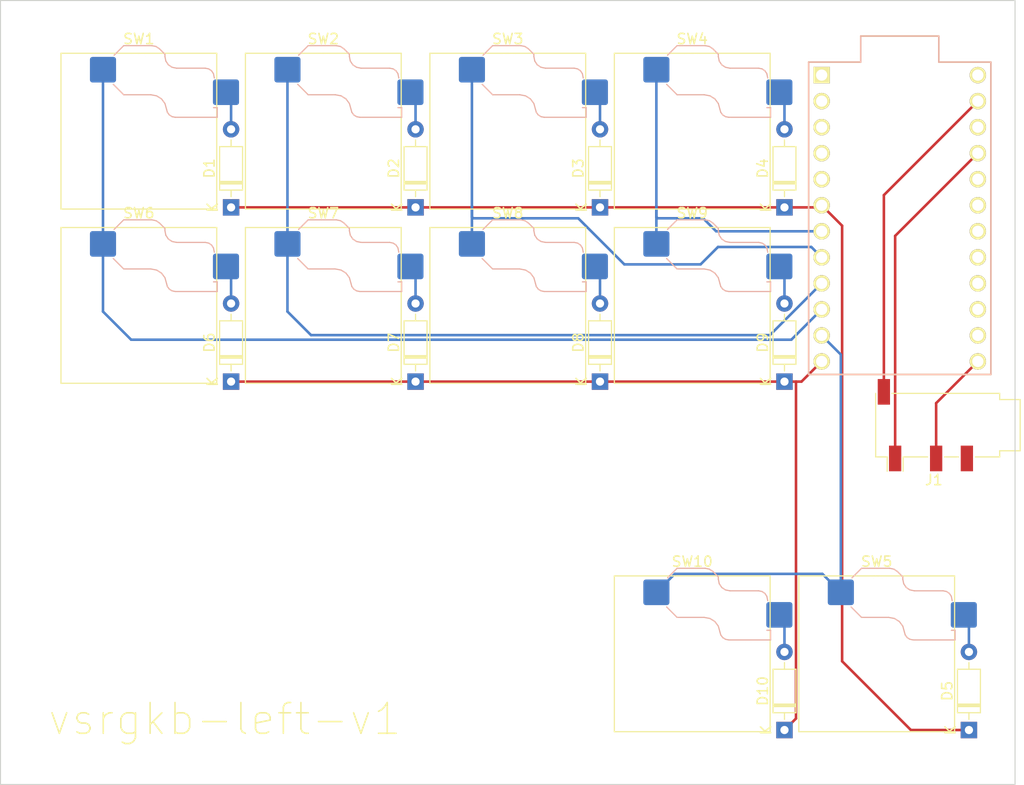
<source format=kicad_pcb>
(kicad_pcb (version 20211014) (generator pcbnew)
  (layers (0 "F.Cu" signal) (31 "B.Cu" signal) (34 "B.Paste" user) (35 "F.Paste" user) (36 "B.SilkS" user "B.Silkscreen") (37 "F.SilkS" user "F.Silkscreen") (38 "B.Mask" user) (39 "F.Mask" user) (44 "Edge.Cuts" user))
  (net 0 "")
  (net 6 "/row1")
  (net 7 "/row2")
  (net 8 "/col1")
  (net 9 "/col2")
  (net 10 "/col3")
  (net 11 "/col4")
  (net 12 "/col5")
  (net 13 "Net-(U1-Pad21)")
  (net 16 "Net-(D10-Pad2)")
  (net 17 "Net-(D9-Pad2)")
  (net 18 "Net-(D8-Pad2)")
  (net 19 "Net-(D7-Pad2)")
  (net 20 "Net-(D6-Pad2)")
  (net 21 "Net-(D3-Pad2)")
  (net 22 "Net-(D2-Pad2)")
  (net 28 "Net-(J1-PadS)")
  (net 29 "Net-(SW1-Pad2)")
  (net 30 "Net-(SW5-Pad2)")
  (net 31 "Net-(SW4-Pad2)")
  (net 33 "Net-(U1-Pad13)")
  (footprint "Diode_THT:D_DO-35_SOD27_P7.62mm_Horizontal" (layer "F.Cu") (at 132.75 79.6875 90)
    (fp_text reference "D9" (at 3.81 -2.12 90) (layer "F.SilkS"))
    (fp_text value "1N4148")
    (fp_text user "K" (at 0 -1.8 90) (layer "F.SilkS"))
    (pad "1" thru_hole rect (at 0 0 90) (size 1.6 1.6) (drill 0.8) (layers *.Cu *.Mask) (net 7 "/row2"))
    (pad "2" thru_hole oval (at 7.62 0 90) (size 1.6 1.6) (drill 0.8) (layers *.Cu *.Mask) (net 17 "Net-(D9-Pad2)"))
  )
  (footprint "Switch_Keyboard_Hotswap_Kailh:SW_Hotswap_Kailh_Choc_V1V2_1.00u" (layer "F.Cu") (at 105.75 72.25)
    (fp_text reference "SW8" (at 0 -9) (layer "F.SilkS"))
    (fp_text value "SW_Push")
    (pad "" np_thru_hole circle locked (at 5 -3.8) (size 3.05 3.05) (drill 3.05) (layers *.Cu *.Mask))
    (pad "" np_thru_hole circle locked (at 5.5 0) (size 1.9 1.9) (drill 1.9) (layers *.Cu *.Mask))
    (pad "" np_thru_hole circle locked (at -5.5 0) (size 1.9 1.9) (drill 1.9) (layers *.Cu *.Mask))
    (pad "" np_thru_hole circle locked (at 0 0) (size 5.05 5.05) (drill 5.05) (layers *.Cu *.Mask))
    (pad "" np_thru_hole circle locked (at -5 5.15) (size 1.6 1.6) (drill 1.6) (layers *.Cu *.Mask))
    (pad "" np_thru_hole circle locked (at 0 -5.9) (size 3.05 3.05) (drill 3.05) (layers *.Cu *.Mask))
    (pad "1" smd roundrect locked (at -3.5 -6) (size 2.55 2.5) (layers "B.Cu" "B.Paste" "B.Mask") (roundrect_rratio 0.1) (net 10 "/col3"))
    (pad "2" smd roundrect locked (at 8.5 -3.8) (size 2.55 2.5) (layers "B.Cu" "B.Paste" "B.Mask") (roundrect_rratio 0.1) (net 18 "Net-(D8-Pad2)"))
  )
  (footprint "Switch_Keyboard_Hotswap_Kailh:SW_Hotswap_Kailh_Choc_V1V2_1.00u" (layer "F.Cu") (at 123.75 106.25)
    (fp_text reference "SW10" (at 0 -9) (layer "F.SilkS"))
    (fp_text value "SW_Push")
    (pad "" np_thru_hole circle locked (at 0 -5.9) (size 3.05 3.05) (drill 3.05) (layers *.Cu *.Mask))
    (pad "" np_thru_hole circle locked (at 5 -3.8) (size 3.05 3.05) (drill 3.05) (layers *.Cu *.Mask))
    (pad "" np_thru_hole circle locked (at -5 5.15) (size 1.6 1.6) (drill 1.6) (layers *.Cu *.Mask))
    (pad "" np_thru_hole circle locked (at -5.5 0) (size 1.9 1.9) (drill 1.9) (layers *.Cu *.Mask))
    (pad "" np_thru_hole circle locked (at 0 0) (size 5.05 5.05) (drill 5.05) (layers *.Cu *.Mask))
    (pad "" np_thru_hole circle locked (at 5.5 0) (size 1.9 1.9) (drill 1.9) (layers *.Cu *.Mask))
    (pad "1" smd roundrect locked (at -3.5 -6) (size 2.55 2.5) (layers "B.Cu" "B.Paste" "B.Mask") (roundrect_rratio 0.1) (net 12 "/col5"))
    (pad "2" smd roundrect locked (at 8.5 -3.8) (size 2.55 2.5) (layers "B.Cu" "B.Paste" "B.Mask") (roundrect_rratio 0.1) (net 16 "Net-(D10-Pad2)"))
  )
  (footprint "Switch_Keyboard_Hotswap_Kailh:SW_Hotswap_Kailh_Choc_V1V2_1.00u" (layer "F.Cu") (at 123.75 55.25)
    (fp_text reference "SW4" (at 0 -9) (layer "F.SilkS"))
    (fp_text value "SW_Push")
    (pad "" np_thru_hole circle locked (at 0 0) (size 5.05 5.05) (drill 5.05) (layers *.Cu *.Mask))
    (pad "" np_thru_hole circle locked (at 5.5 0) (size 1.9 1.9) (drill 1.9) (layers *.Cu *.Mask))
    (pad "" np_thru_hole circle locked (at 5 -3.8) (size 3.05 3.05) (drill 3.05) (layers *.Cu *.Mask))
    (pad "" np_thru_hole circle locked (at 0 -5.9) (size 3.05 3.05) (drill 3.05) (layers *.Cu *.Mask))
    (pad "" np_thru_hole circle locked (at -5 5.15) (size 1.6 1.6) (drill 1.6) (layers *.Cu *.Mask))
    (pad "" np_thru_hole circle locked (at -5.5 0) (size 1.9 1.9) (drill 1.9) (layers *.Cu *.Mask))
    (pad "1" smd roundrect locked (at -3.5 -6) (size 2.55 2.5) (layers "B.Cu" "B.Paste" "B.Mask") (roundrect_rratio 0.1) (net 11 "/col4"))
    (pad "2" smd roundrect locked (at 8.5 -3.8) (size 2.55 2.5) (layers "B.Cu" "B.Paste" "B.Mask") (roundrect_rratio 0.1) (net 31 "Net-(SW4-Pad2)"))
  )
  (footprint "Diode_THT:D_DO-35_SOD27_P7.62mm_Horizontal" (layer "F.Cu") (at 78.75 79.6875 90)
    (fp_text reference "D6" (at 3.81 -2.12 90) (layer "F.SilkS"))
    (fp_text value "1N4148")
    (fp_text user "K" (at 0 -1.8 90) (layer "F.SilkS"))
    (pad "1" thru_hole rect (at 0 0 90) (size 1.6 1.6) (drill 0.8) (layers *.Cu *.Mask) (net 7 "/row2"))
    (pad "2" thru_hole oval (at 7.62 0 90) (size 1.6 1.6) (drill 0.8) (layers *.Cu *.Mask) (net 20 "Net-(D6-Pad2)"))
  )
  (footprint "Diode_THT:D_DO-35_SOD27_P7.62mm_Horizontal" (layer "F.Cu") (at 96.75 62.6875 90)
    (fp_text reference "D2" (at 3.81 -2.12 90) (layer "F.SilkS"))
    (fp_text value "1N4148")
    (fp_text user "K" (at 0 -1.8 90) (layer "F.SilkS"))
    (pad "1" thru_hole rect (at 0 0 90) (size 1.6 1.6) (drill 0.8) (layers *.Cu *.Mask) (net 6 "/row1"))
    (pad "2" thru_hole oval (at 7.62 0 90) (size 1.6 1.6) (drill 0.8) (layers *.Cu *.Mask) (net 22 "Net-(D2-Pad2)"))
  )
  (footprint "Diode_THT:D_DO-35_SOD27_P7.62mm_Horizontal" (layer "F.Cu") (at 132.75 113.6875 90)
    (fp_text reference "D10" (at 3.81 -2.12 90) (layer "F.SilkS"))
    (fp_text value "1N4148")
    (fp_text user "K" (at 0 -1.8 90) (layer "F.SilkS"))
    (pad "1" thru_hole rect (at 0 0 90) (size 1.6 1.6) (drill 0.8) (layers *.Cu *.Mask) (net 7 "/row2"))
    (pad "2" thru_hole oval (at 7.62 0 90) (size 1.6 1.6) (drill 0.8) (layers *.Cu *.Mask) (net 16 "Net-(D10-Pad2)"))
  )
  (footprint "Switch_Keyboard_Hotswap_Kailh:SW_Hotswap_Kailh_Choc_V1V2_1.00u" (layer "F.Cu") (at 105.75 55.25)
    (fp_text reference "SW3" (at 0 -9) (layer "F.SilkS"))
    (fp_text value "SW_Push")
    (pad "" np_thru_hole circle locked (at -5.5 0) (size 1.9 1.9) (drill 1.9) (layers *.Cu *.Mask))
    (pad "" np_thru_hole circle locked (at 0 -5.9) (size 3.05 3.05) (drill 3.05) (layers *.Cu *.Mask))
    (pad "" np_thru_hole circle locked (at 0 0) (size 5.05 5.05) (drill 5.05) (layers *.Cu *.Mask))
    (pad "" np_thru_hole circle locked (at 5 -3.8) (size 3.05 3.05) (drill 3.05) (layers *.Cu *.Mask))
    (pad "" np_thru_hole circle locked (at 5.5 0) (size 1.9 1.9) (drill 1.9) (layers *.Cu *.Mask))
    (pad "" np_thru_hole circle locked (at -5 5.15) (size 1.6 1.6) (drill 1.6) (layers *.Cu *.Mask))
    (pad "1" smd roundrect locked (at -3.5 -6) (size 2.55 2.5) (layers "B.Cu" "B.Paste" "B.Mask") (roundrect_rratio 0.1) (net 10 "/col3"))
    (pad "2" smd roundrect locked (at 8.5 -3.8) (size 2.55 2.5) (layers "B.Cu" "B.Paste" "B.Mask") (roundrect_rratio 0.1) (net 21 "Net-(D3-Pad2)"))
  )
  (footprint "Switch_Keyboard_Hotswap_Kailh:SW_Hotswap_Kailh_Choc_V1V2_1.00u" (layer "F.Cu") (at 141.75 106.25)
    (fp_text reference "SW5" (at 0 -9) (layer "F.SilkS"))
    (fp_text value "SW_Push")
    (pad "" np_thru_hole circle locked (at 0 -5.9) (size 3.05 3.05) (drill 3.05) (layers *.Cu *.Mask))
    (pad "" np_thru_hole circle locked (at -5.5 0) (size 1.9 1.9) (drill 1.9) (layers *.Cu *.Mask))
    (pad "" np_thru_hole circle locked (at 5.5 0) (size 1.9 1.9) (drill 1.9) (layers *.Cu *.Mask))
    (pad "" np_thru_hole circle locked (at 0 0) (size 5.05 5.05) (drill 5.05) (layers *.Cu *.Mask))
    (pad "" np_thru_hole circle locked (at 5 -3.8) (size 3.05 3.05) (drill 3.05) (layers *.Cu *.Mask))
    (pad "" np_thru_hole circle locked (at -5 5.15) (size 1.6 1.6) (drill 1.6) (layers *.Cu *.Mask))
    (pad "1" smd roundrect locked (at -3.5 -6) (size 2.55 2.5) (layers "B.Cu" "B.Paste" "B.Mask") (roundrect_rratio 0.1) (net 12 "/col5"))
    (pad "2" smd roundrect locked (at 8.5 -3.8) (size 2.55 2.5) (layers "B.Cu" "B.Paste" "B.Mask") (roundrect_rratio 0.1) (net 30 "Net-(SW5-Pad2)"))
  )
  (footprint "Diode_THT:D_DO-35_SOD27_P7.62mm_Horizontal" (layer "F.Cu") (at 96.75 79.6875 90)
    (fp_text reference "D7" (at 3.81 -2.12 90) (layer "F.SilkS"))
    (fp_text value "1N4148")
    (fp_text user "K" (at 0 -1.8 90) (layer "F.SilkS"))
    (pad "1" thru_hole rect (at 0 0 90) (size 1.6 1.6) (drill 0.8) (layers *.Cu *.Mask) (net 7 "/row2"))
    (pad "2" thru_hole oval (at 7.62 0 90) (size 1.6 1.6) (drill 0.8) (layers *.Cu *.Mask) (net 19 "Net-(D7-Pad2)"))
  )
  (footprint "promicro:ProMicro" (layer "F.Cu") (at 144 63.75 -90)
    (fp_text reference "U1" hide)
    (fp_text value "ProMicro")
    (pad "1" thru_hole rect locked (at -13.97 7.62 270) (size 1.6 1.6) (drill 1.1) (layers *.Cu *.Mask "F.SilkS"))
    (pad "2" thru_hole circle locked (at -11.43 7.62 270) (size 1.6 1.6) (drill 1.1) (layers *.Cu *.Mask "F.SilkS"))
    (pad "3" thru_hole circle locked (at -8.89 7.62 270) (size 1.6 1.6) (drill 1.1) (layers *.Cu *.Mask "F.SilkS"))
    (pad "4" thru_hole circle locked (at -6.35 7.62 270) (size 1.6 1.6) (drill 1.1) (layers *.Cu *.Mask "F.SilkS"))
    (pad "5" thru_hole circle locked (at -3.81 7.62 270) (size 1.6 1.6) (drill 1.1) (layers *.Cu *.Mask "F.SilkS"))
    (pad "6" thru_hole circle locked (at -1.27 7.62 270) (size 1.6 1.6) (drill 1.1) (layers *.Cu *.Mask "F.SilkS") (net 6 "/row1"))
    (pad "7" thru_hole circle locked (at 1.27 7.62 270) (size 1.6 1.6) (drill 1.1) (layers *.Cu *.Mask "F.SilkS") (net 11 "/col4"))
    (pad "8" thru_hole circle locked (at 3.81 7.62 270) (size 1.6 1.6) (drill 1.1) (layers *.Cu *.Mask "F.SilkS") (net 10 "/col3"))
    (pad "9" thru_hole circle locked (at 6.35 7.62 270) (size 1.6 1.6) (drill 1.1) (layers *.Cu *.Mask "F.SilkS") (net 9 "/col2"))
    (pad "10" thru_hole circle locked (at 8.89 7.62 270) (size 1.6 1.6) (drill 1.1) (layers *.Cu *.Mask "F.SilkS") (net 8 "/col1"))
    (pad "11" thru_hole circle locked (at 11.43 7.62 270) (size 1.6 1.6) (drill 1.1) (layers *.Cu *.Mask "F.SilkS") (net 12 "/col5"))
    (pad "12" thru_hole circle locked (at 13.97 7.62 270) (size 1.6 1.6) (drill 1.1) (layers *.Cu *.Mask "F.SilkS") (net 7 "/row2"))
    (pad "13" thru_hole circle locked (at 13.97 -7.62 270) (size 1.6 1.6) (drill 1.1) (layers *.Cu *.Mask "F.SilkS") (net 33 "Net-(U1-Pad13)"))
    (pad "14" thru_hole circle locked (at 11.43 -7.62 270) (size 1.6 1.6) (drill 1.1) (layers *.Cu *.Mask "F.SilkS"))
    (pad "15" thru_hole circle locked (at 8.89 -7.62 270) (size 1.6 1.6) (drill 1.1) (layers *.Cu *.Mask "F.SilkS"))
    (pad "16" thru_hole circle locked (at 6.35 -7.62 270) (size 1.6 1.6) (drill 1.1) (layers *.Cu *.Mask "F.SilkS"))
    (pad "17" thru_hole circle locked (at 3.81 -7.62 270) (size 1.6 1.6) (drill 1.1) (layers *.Cu *.Mask "F.SilkS"))
    (pad "18" thru_hole circle locked (at 1.27 -7.62 270) (size 1.6 1.6) (drill 1.1) (layers *.Cu *.Mask "F.SilkS"))
    (pad "19" thru_hole circle locked (at -1.27 -7.62 270) (size 1.6 1.6) (drill 1.1) (layers *.Cu *.Mask "F.SilkS"))
    (pad "20" thru_hole circle locked (at -3.81 -7.62 270) (size 1.6 1.6) (drill 1.1) (layers *.Cu *.Mask "F.SilkS"))
    (pad "21" thru_hole circle locked (at -6.35 -7.62 270) (size 1.6 1.6) (drill 1.1) (layers *.Cu *.Mask "F.SilkS") (net 13 "Net-(U1-Pad21)"))
    (pad "22" thru_hole circle locked (at -8.89 -7.62 270) (size 1.6 1.6) (drill 1.1) (layers *.Cu *.Mask "F.SilkS"))
    (pad "23" thru_hole circle locked (at -11.43 -7.62 270) (size 1.6 1.6) (drill 1.1) (layers *.Cu *.Mask "F.SilkS") (net 28 "Net-(J1-PadS)"))
    (pad "24" thru_hole circle locked (at -13.97 -7.62 270) (size 1.6 1.6) (drill 1.1) (layers *.Cu *.Mask "F.SilkS"))
  )
  (footprint "Switch_Keyboard_Hotswap_Kailh:SW_Hotswap_Kailh_Choc_V1V2_1.00u" (layer "F.Cu") (at 69.75 55.25)
    (fp_text reference "SW1" (at 0 -9) (layer "F.SilkS"))
    (fp_text value "SW_Push")
    (pad "" np_thru_hole circle locked (at 5 -3.8) (size 3.05 3.05) (drill 3.05) (layers *.Cu *.Mask))
    (pad "" np_thru_hole circle locked (at 5.5 0) (size 1.9 1.9) (drill 1.9) (layers *.Cu *.Mask))
    (pad "" np_thru_hole circle locked (at 0 0) (size 5.05 5.05) (drill 5.05) (layers *.Cu *.Mask))
    (pad "" np_thru_hole circle locked (at 0 -5.9) (size 3.05 3.05) (drill 3.05) (layers *.Cu *.Mask))
    (pad "" np_thru_hole circle locked (at -5 5.15) (size 1.6 1.6) (drill 1.6) (layers *.Cu *.Mask))
    (pad "" np_thru_hole circle locked (at -5.5 0) (size 1.9 1.9) (drill 1.9) (layers *.Cu *.Mask))
    (pad "1" smd roundrect locked (at -3.5 -6) (size 2.55 2.5) (layers "B.Cu" "B.Paste" "B.Mask") (roundrect_rratio 0.1) (net 8 "/col1"))
    (pad "2" smd roundrect locked (at 8.5 -3.8) (size 2.55 2.5) (layers "B.Cu" "B.Paste" "B.Mask") (roundrect_rratio 0.1) (net 29 "Net-(SW1-Pad2)"))
  )
  (footprint "Switch_Keyboard_Hotswap_Kailh:SW_Hotswap_Kailh_Choc_V1V2_1.00u" (layer "F.Cu") (at 87.75 72.25)
    (fp_text reference "SW7" (at 0 -9) (layer "F.SilkS"))
    (fp_text value "SW_Push")
    (pad "" np_thru_hole circle locked (at 5 -3.8) (size 3.05 3.05) (drill 3.05) (layers *.Cu *.Mask))
    (pad "" np_thru_hole circle locked (at 0 0) (size 5.05 5.05) (drill 5.05) (layers *.Cu *.Mask))
    (pad "" np_thru_hole circle locked (at -5.5 0) (size 1.9 1.9) (drill 1.9) (layers *.Cu *.Mask))
    (pad "" np_thru_hole circle locked (at -5 5.15) (size 1.6 1.6) (drill 1.6) (layers *.Cu *.Mask))
    (pad "" np_thru_hole circle locked (at 0 -5.9) (size 3.05 3.05) (drill 3.05) (layers *.Cu *.Mask))
    (pad "" np_thru_hole circle locked (at 5.5 0) (size 1.9 1.9) (drill 1.9) (layers *.Cu *.Mask))
    (pad "1" smd roundrect locked (at -3.5 -6) (size 2.55 2.5) (layers "B.Cu" "B.Paste" "B.Mask") (roundrect_rratio 0.1) (net 9 "/col2"))
    (pad "2" smd roundrect locked (at 8.5 -3.8) (size 2.55 2.5) (layers "B.Cu" "B.Paste" "B.Mask") (roundrect_rratio 0.1) (net 19 "Net-(D7-Pad2)"))
  )
  (footprint "Diode_THT:D_DO-35_SOD27_P7.62mm_Horizontal" (layer "F.Cu") (at 132.75 62.6875 90)
    (fp_text reference "D4" (at 3.81 -2.12 90) (layer "F.SilkS"))
    (fp_text value "1N4148")
    (fp_text user "K" (at 0 -1.8 90) (layer "F.SilkS"))
    (pad "1" thru_hole rect (at 0 0 90) (size 1.6 1.6) (drill 0.8) (layers *.Cu *.Mask) (net 6 "/row1"))
    (pad "2" thru_hole oval (at 7.62 0 90) (size 1.6 1.6) (drill 0.8) (layers *.Cu *.Mask) (net 31 "Net-(SW4-Pad2)"))
  )
  (footprint "Switch_Keyboard_Hotswap_Kailh:SW_Hotswap_Kailh_Choc_V1V2_1.00u" (layer "F.Cu") (at 87.75 55.25)
    (fp_text reference "SW2" (at 0 -9) (layer "F.SilkS"))
    (fp_text value "SW_Push")
    (pad "" np_thru_hole circle locked (at 5.5 0) (size 1.9 1.9) (drill 1.9) (layers *.Cu *.Mask))
    (pad "" np_thru_hole circle locked (at -5.5 0) (size 1.9 1.9) (drill 1.9) (layers *.Cu *.Mask))
    (pad "" np_thru_hole circle locked (at 0 0) (size 5.05 5.05) (drill 5.05) (layers *.Cu *.Mask))
    (pad "" np_thru_hole circle locked (at -5 5.15) (size 1.6 1.6) (drill 1.6) (layers *.Cu *.Mask))
    (pad "" np_thru_hole circle locked (at 0 -5.9) (size 3.05 3.05) (drill 3.05) (layers *.Cu *.Mask))
    (pad "" np_thru_hole circle locked (at 5 -3.8) (size 3.05 3.05) (drill 3.05) (layers *.Cu *.Mask))
    (pad "1" smd roundrect locked (at -3.5 -6) (size 2.55 2.5) (layers "B.Cu" "B.Paste" "B.Mask") (roundrect_rratio 0.1) (net 9 "/col2"))
    (pad "2" smd roundrect locked (at 8.5 -3.8) (size 2.55 2.5) (layers "B.Cu" "B.Paste" "B.Mask") (roundrect_rratio 0.1) (net 22 "Net-(D2-Pad2)"))
  )
  (footprint "Connector_Audio:Jack_3.5mm_PJ320D_Horizontal" (layer "F.Cu") (at 147.375 83.9375 180)
    (fp_text reference "J1" (at 0.05 -5.35) (layer "F.SilkS"))
    (fp_text value "AudioJack4")
    (pad "" np_thru_hole circle (at 2.225 0 180) (size 1.5 1.5) (drill 1.5) (layers *.Cu *.Mask))
    (pad "" np_thru_hole circle (at -4.775 0 180) (size 1.5 1.5) (drill 1.5) (layers *.Cu *.Mask))
    (pad "R1" smd rect (at -0.175 -3.25 180) (size 1.2 2.5) (layers "F.Cu" "F.Paste" "F.Mask") (net 33 "Net-(U1-Pad13)"))
    (pad "R2" smd rect (at -3.175 -3.25 180) (size 1.2 2.5) (layers "F.Cu" "F.Paste" "F.Mask"))
    (pad "S" smd rect (at 4.925 3.25 180) (size 1.2 2.5) (layers "F.Cu" "F.Paste" "F.Mask") (net 28 "Net-(J1-PadS)"))
    (pad "T" smd rect (at 3.825 -3.25 180) (size 1.2 2.5) (layers "F.Cu" "F.Paste" "F.Mask") (net 13 "Net-(U1-Pad21)"))
  )
  (footprint "Diode_THT:D_DO-35_SOD27_P7.62mm_Horizontal" (layer "F.Cu") (at 114.75 62.6875 90)
    (fp_text reference "D3" (at 3.81 -2.12 90) (layer "F.SilkS"))
    (fp_text value "1N4148")
    (fp_text user "K" (at 0 -1.8 90) (layer "F.SilkS"))
    (pad "1" thru_hole rect (at 0 0 90) (size 1.6 1.6) (drill 0.8) (layers *.Cu *.Mask) (net 6 "/row1"))
    (pad "2" thru_hole oval (at 7.62 0 90) (size 1.6 1.6) (drill 0.8) (layers *.Cu *.Mask) (net 21 "Net-(D3-Pad2)"))
  )
  (footprint "Diode_THT:D_DO-35_SOD27_P7.62mm_Horizontal" (layer "F.Cu") (at 114.75 79.6875 90)
    (fp_text reference "D8" (at 3.81 -2.12 90) (layer "F.SilkS"))
    (fp_text value "1N4148")
    (fp_text user "K" (at 0 -1.8 90) (layer "F.SilkS"))
    (pad "1" thru_hole rect (at 0 0 90) (size 1.6 1.6) (drill 0.8) (layers *.Cu *.Mask) (net 7 "/row2"))
    (pad "2" thru_hole oval (at 7.62 0 90) (size 1.6 1.6) (drill 0.8) (layers *.Cu *.Mask) (net 18 "Net-(D8-Pad2)"))
  )
  (footprint "Diode_THT:D_DO-35_SOD27_P7.62mm_Horizontal" (layer "F.Cu") (at 78.75 62.6875 90)
    (fp_text reference "D1" (at 3.81 -2.12 90) (layer "F.SilkS"))
    (fp_text value "1N4148")
    (fp_text user "K" (at 0 -1.8 90) (layer "F.SilkS"))
    (pad "1" thru_hole rect (at 0 0 90) (size 1.6 1.6) (drill 0.8) (layers *.Cu *.Mask) (net 6 "/row1"))
    (pad "2" thru_hole oval (at 7.62 0 90) (size 1.6 1.6) (drill 0.8) (layers *.Cu *.Mask) (net 29 "Net-(SW1-Pad2)"))
  )
  (footprint "Switch_Keyboard_Hotswap_Kailh:SW_Hotswap_Kailh_Choc_V1V2_1.00u" (layer "F.Cu") (at 69.75 72.25)
    (fp_text reference "SW6" (at 0 -9) (layer "F.SilkS"))
    (fp_text value "SW_Push")
    (pad "" np_thru_hole circle locked (at -5.5 0) (size 1.9 1.9) (drill 1.9) (layers *.Cu *.Mask))
    (pad "" np_thru_hole circle locked (at -5 5.15) (size 1.6 1.6) (drill 1.6) (layers *.Cu *.Mask))
    (pad "" np_thru_hole circle locked (at 0 0) (size 5.05 5.05) (drill 5.05) (layers *.Cu *.Mask))
    (pad "" np_thru_hole circle locked (at 5.5 0) (size 1.9 1.9) (drill 1.9) (layers *.Cu *.Mask))
    (pad "" np_thru_hole circle locked (at 5 -3.8) (size 3.05 3.05) (drill 3.05) (layers *.Cu *.Mask))
    (pad "" np_thru_hole circle locked (at 0 -5.9) (size 3.05 3.05) (drill 3.05) (layers *.Cu *.Mask))
    (pad "1" smd roundrect locked (at -3.5 -6) (size 2.55 2.5) (layers "B.Cu" "B.Paste" "B.Mask") (roundrect_rratio 0.1) (net 8 "/col1"))
    (pad "2" smd roundrect locked (at 8.5 -3.8) (size 2.55 2.5) (layers "B.Cu" "B.Paste" "B.Mask") (roundrect_rratio 0.1) (net 20 "Net-(D6-Pad2)"))
  )
  (footprint "Diode_THT:D_DO-35_SOD27_P7.62mm_Horizontal" (layer "F.Cu") (at 150.75 113.6875 90)
    (fp_text reference "D5" (at 3.81 -2.12 90) (layer "F.SilkS"))
    (fp_text value "1N4148")
    (fp_text user "K" (at 0 -1.8 90) (layer "F.SilkS"))
    (pad "1" thru_hole rect (at 0 0 90) (size 1.6 1.6) (drill 0.8) (layers *.Cu *.Mask) (net 6 "/row1"))
    (pad "2" thru_hole oval (at 7.62 0 90) (size 1.6 1.6) (drill 0.8) (layers *.Cu *.Mask) (net 30 "Net-(SW5-Pad2)"))
  )
  (footprint "Switch_Keyboard_Hotswap_Kailh:SW_Hotswap_Kailh_Choc_V1V2_1.00u" (layer "F.Cu") (at 123.75 72.25)
    (fp_text reference "SW9" (at 0 -9) (layer "F.SilkS"))
    (fp_text value "SW_Push")
    (pad "" np_thru_hole circle locked (at -5.5 0) (size 1.9 1.9) (drill 1.9) (layers *.Cu *.Mask))
    (pad "" np_thru_hole circle locked (at 5 -3.8) (size 3.05 3.05) (drill 3.05) (layers *.Cu *.Mask))
    (pad "" np_thru_hole circle locked (at 5.5 0) (size 1.9 1.9) (drill 1.9) (layers *.Cu *.Mask))
    (pad "" np_thru_hole circle locked (at 0 -5.9) (size 3.05 3.05) (drill 3.05) (layers *.Cu *.Mask))
    (pad "" np_thru_hole circle locked (at -5 5.15) (size 1.6 1.6) (drill 1.6) (layers *.Cu *.Mask))
    (pad "" np_thru_hole circle locked (at 0 0) (size 5.05 5.05) (drill 5.05) (layers *.Cu *.Mask))
    (pad "1" smd roundrect locked (at -3.5 -6) (size 2.55 2.5) (layers "B.Cu" "B.Paste" "B.Mask") (roundrect_rratio 0.1) (net 11 "/col4"))
    (pad "2" smd roundrect locked (at 8.5 -3.8) (size 2.55 2.5) (layers "B.Cu" "B.Paste" "B.Mask") (roundrect_rratio 0.1) (net 17 "Net-(D9-Pad2)"))
  )
  (gr_rect (start 56.25 42.5) (end 155.25 119) (layer "Edge.Cuts") (width 0.1) (fill none))
  (gr_text "vsrgkb-left-v1" (at 60.75 112.625) (layer "F.SilkS") (effects (font (size 3 3)) (justify left)))
  (segment (start 145.086279 113.6875) (end 138.375 106.976221) (width 0.25) (layer "F.Cu") (net 6))
  (segment (start 150.75 113.6875) (end 145.086279 113.6875) (width 0.25) (layer "F.Cu") (net 6))
  (segment (start 138.375 64.475) (end 136.38 62.48) (width 0.25) (layer "F.Cu") (net 6))
  (segment (start 136.1725 62.6875) (end 136.38 62.48) (width 0.25) (layer "F.Cu") (net 6))
  (segment (start 138.375 106.976221) (end 138.375 64.475) (width 0.25) (layer "F.Cu") (net 6))
  (segment (start 78.75 62.6875) (end 136.1725 62.6875) (width 0.25) (layer "F.Cu") (net 6))
  (segment (start 132.75 113.6875) (end 133.875 112.5625) (width 0.25) (layer "F.Cu") (net 7))
  (segment (start 78.75 79.6875) (end 133.875 79.6875) (width 0.25) (layer "F.Cu") (net 7))
  (segment (start 133.875 112.5625) (end 133.875 79.6875) (width 0.25) (layer "F.Cu") (net 7))
  (segment (start 133.875 79.6875) (end 134.4125 79.6875) (width 0.25) (layer "F.Cu") (net 7))
  (segment (start 134.4125 79.6875) (end 136.38 77.72) (width 0.25) (layer "F.Cu") (net 7))
  (segment (start 66.25 72.851221) (end 66.25 66.25) (width 0.25) (layer "B.Cu") (net 8))
  (segment (start 136.38 72.64) (end 133.419999 75.600001) (width 0.25) (layer "B.Cu") (net 8))
  (segment (start 66.25 49.25) (end 66.25 66.25) (width 0.25) (layer "B.Cu") (net 8))
  (segment (start 133.419999 75.600001) (end 68.99878 75.600001) (width 0.25) (layer "B.Cu") (net 8))
  (segment (start 68.99878 75.600001) (end 66.25 72.851221) (width 0.25) (layer "B.Cu") (net 8))
  (segment (start 84.25 49.25) (end 84.25 66.25) (width 0.25) (layer "B.Cu") (net 9))
  (segment (start 131.329999 75.150001) (end 86.54878 75.150001) (width 0.25) (layer "B.Cu") (net 9))
  (segment (start 86.54878 75.150001) (end 84.25 72.851221) (width 0.25) (layer "B.Cu") (net 9))
  (segment (start 84.25 72.851221) (end 84.25 66.25) (width 0.25) (layer "B.Cu") (net 9))
  (segment (start 136.38 70.1) (end 131.329999 75.150001) (width 0.25) (layer "B.Cu") (net 9))
  (segment (start 136.38 67.56) (end 135.369999 66.549999) (width 0.25) (layer "B.Cu") (net 10))
  (segment (start 102.25 62.5625) (end 102.25 66.25) (width 0.25) (layer "B.Cu") (net 10))
  (segment (start 112.625 63.75) (end 102.375 63.75) (width 0.25) (layer "B.Cu") (net 10))
  (segment (start 102.25 63.625) (end 102.25 62.5625) (width 0.25) (layer "B.Cu") (net 10))
  (segment (start 102.375 63.75) (end 102.25 63.625) (width 0.25) (layer "B.Cu") (net 10))
  (segment (start 124.562499 68.250001) (end 117.125001 68.250001) (width 0.25) (layer "B.Cu") (net 10))
  (segment (start 102.25 49.25) (end 102.25 62.5625) (width 0.25) (layer "B.Cu") (net 10))
  (segment (start 117.125001 68.250001) (end 112.625 63.75) (width 0.25) (layer "B.Cu") (net 10))
  (segment (start 126.262501 66.549999) (end 124.562499 68.250001) (width 0.25) (layer "B.Cu") (net 10))
  (segment (start 135.369999 66.549999) (end 126.262501 66.549999) (width 0.25) (layer "B.Cu") (net 10))
  (segment (start 126.0825 65.02) (end 124.8125 63.75) (width 0.25) (layer "B.Cu") (net 11))
  (segment (start 136.38 65.02) (end 126.0825 65.02) (width 0.25) (layer "B.Cu") (net 11))
  (segment (start 124.8125 63.75) (end 120.375 63.75) (width 0.25) (layer "B.Cu") (net 11))
  (segment (start 120.25 49.25) (end 120.25 62.5625) (width 0.25) (layer "B.Cu") (net 11))
  (segment (start 120.25 63.625) (end 120.25 62.5625) (width 0.25) (layer "B.Cu") (net 11))
  (segment (start 120.25 62.5625) (end 120.25 66.25) (width 0.25) (layer "B.Cu") (net 11))
  (segment (start 120.375 63.75) (end 120.25 63.625) (width 0.25) (layer "B.Cu") (net 11))
  (segment (start 136.449999 98.449999) (end 138.25 100.25) (width 0.25) (layer "B.Cu") (net 12))
  (segment (start 120.25 100.25) (end 122.050001 98.449999) (width 0.25) (layer "B.Cu") (net 12))
  (segment (start 122.050001 98.449999) (end 136.449999 98.449999) (width 0.25) (layer "B.Cu") (net 12))
  (segment (start 138.25 77.05) (end 136.38 75.18) (width 0.25) (layer "B.Cu") (net 12))
  (segment (start 138.25 100.25) (end 138.25 77.05) (width 0.25) (layer "B.Cu") (net 12))
  (segment (start 143.55 65.47) (end 151.62 57.4) (width 0.25) (layer "F.Cu") (net 13))
  (segment (start 143.55 87.1875) (end 143.55 65.47) (width 0.25) (layer "F.Cu") (net 13))
  (segment (start 132.75 102.95) (end 132.75 106.0675) (width 0.25) (layer "B.Cu") (net 16))
  (segment (start 132.25 102.45) (end 132.75 102.95) (width 0.25) (layer "B.Cu") (net 16))
  (segment (start 132.25 68.45) (end 132.75 68.95) (width 0.25) (layer "B.Cu") (net 17))
  (segment (start 132.75 68.95) (end 132.75 72.0675) (width 0.25) (layer "B.Cu") (net 17))
  (segment (start 114.75 68.95) (end 114.75 72.0675) (width 0.25) (layer "B.Cu") (net 18))
  (segment (start 114.25 68.45) (end 114.75 68.95) (width 0.25) (layer "B.Cu") (net 18))
  (segment (start 96.75 68.95) (end 96.75 72.0675) (width 0.25) (layer "B.Cu") (net 19))
  (segment (start 96.25 68.45) (end 96.75 68.95) (width 0.25) (layer "B.Cu") (net 19))
  (segment (start 78.75 68.95) (end 78.75 72.0675) (width 0.25) (layer "B.Cu") (net 20))
  (segment (start 78.25 68.45) (end 78.75 68.95) (width 0.25) (layer "B.Cu") (net 20))
  (segment (start 114.75 51.95) (end 114.75 55.0675) (width 0.25) (layer "B.Cu") (net 21))
  (segment (start 114.25 51.45) (end 114.75 51.95) (width 0.25) (layer "B.Cu") (net 21))
  (segment (start 96.25 51.45) (end 96.75 51.95) (width 0.25) (layer "B.Cu") (net 22))
  (segment (start 96.75 51.95) (end 96.75 55.0675) (width 0.25) (layer "B.Cu") (net 22))
  (segment (start 142.45 61.49) (end 151.62 52.32) (width 0.25) (layer "F.Cu") (net 28))
  (segment (start 142.45 80.6875) (end 142.45 61.49) (width 0.25) (layer "F.Cu") (net 28))
  (segment (start 78.75 51.95) (end 78.75 55.0675) (width 0.25) (layer "B.Cu") (net 29))
  (segment (start 78.25 51.45) (end 78.75 51.95) (width 0.25) (layer "B.Cu") (net 29))
  (segment (start 150.75 102.95) (end 150.75 106.0675) (width 0.25) (layer "B.Cu") (net 30))
  (segment (start 150.25 102.45) (end 150.75 102.95) (width 0.25) (layer "B.Cu") (net 30))
  (segment (start 132.25 51.45) (end 132.75 51.95) (width 0.25) (layer "B.Cu") (net 31))
  (segment (start 132.75 51.95) (end 132.75 55.0675) (width 0.25) (layer "B.Cu") (net 31))
  (segment (start 147.55 87.1875) (end 147.55 81.79) (width 0.25) (layer "F.Cu") (net 33))
  (segment (start 147.55 81.79) (end 151.62 77.72) (width 0.25) (layer "F.Cu") (net 33))
)
</source>
